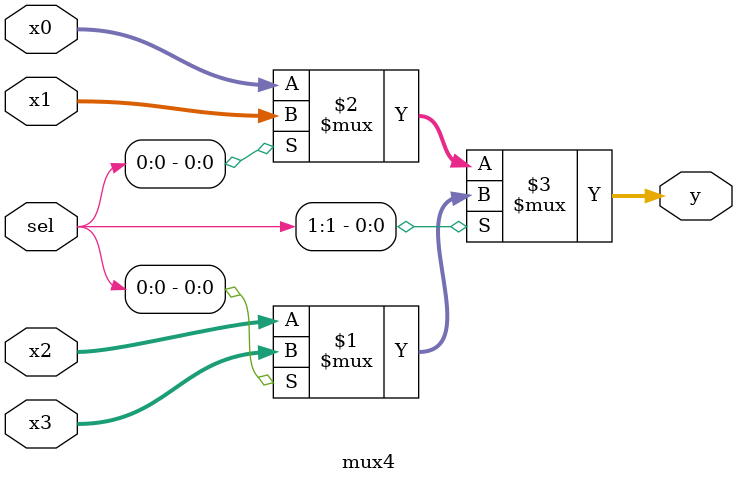
<source format=v>
module mux4 #(parameter WIDTH=32) (
    input wire [WIDTH-1:0] x0, x1, x2, x3,
    input wire [1:0] sel,

    output wire [WIDTH-1:0] y
);
    assign y = sel[1] ? (sel[0] ? x3: x2):
                        (sel[0] ? x1: x0);
    
endmodule
</source>
